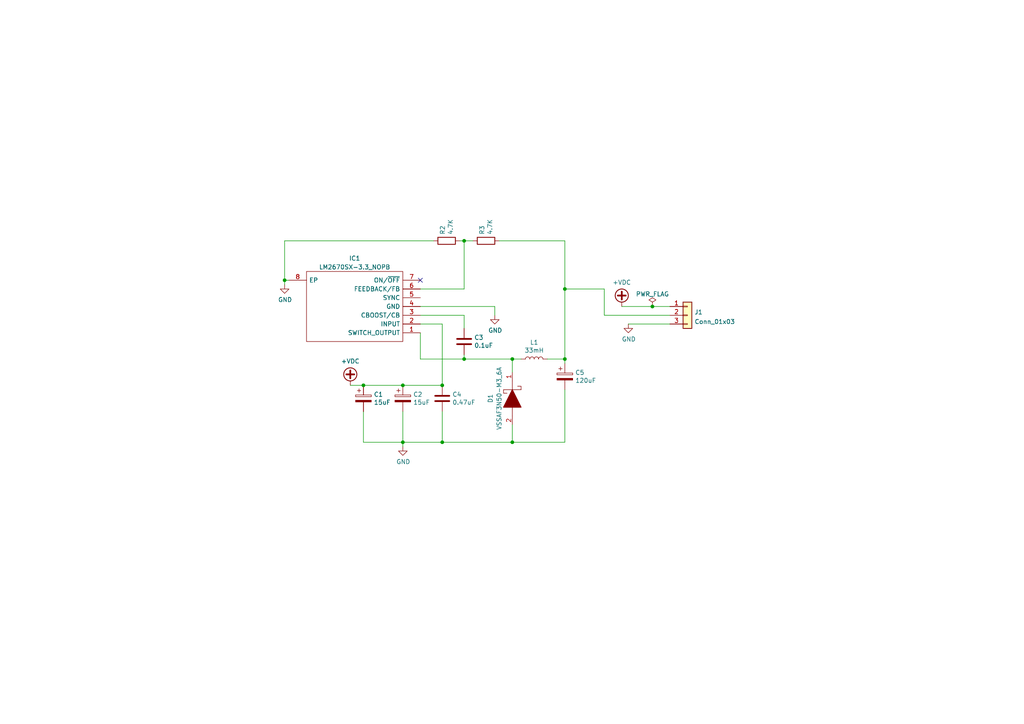
<source format=kicad_sch>
(kicad_sch (version 20230121) (generator eeschema)
  (paper "A4")
  (lib_symbols
    (symbol "Connector_Generic:Conn_01x03" (pin_names (offset 1.016) hide)
      (property "Reference" "J" (at 0 5.08 0))
      (property "Value" "Conn_01x03" (at 0 -5.08 0))
      (symbol "Conn_01x03_1_1"
        (rectangle (start -1.27 -2.413) (end 0 -2.667) (stroke (width 0.1524)))
        (rectangle (start -1.27 0.127) (end 0 -0.127) (stroke (width 0.1524)))
        (rectangle (start -1.27 2.667) (end 0 2.413) (stroke (width 0.1524)))
        (rectangle (start -1.27 3.81) (end 1.27 -3.81) (stroke (width 0.254)) (fill (type background)))
        (pin passive line (at -5.08 2.54 0) (length 3.81) (name "Pin_1") (number "1"))
        (pin passive line (at -5.08 0 0) (length 3.81) (name "Pin_2") (number "2"))
        (pin passive line (at -5.08 -2.54 0) (length 3.81) (name "Pin_3") (number "3"))
      )
    )
    (symbol "Device:C" (pin_numbers hide) (pin_names (offset 0.254))
      (property "Reference" "C" (at 0.635 2.54 0))
      (property "Value" "C" (at 0.635 -2.54 0))
      (symbol "C_0_1"
        (polyline (pts (xy -2.032 -0.762) (xy 2.032 -0.762)) (stroke (width 0.508)))
        (polyline (pts (xy -2.032 0.762) (xy 2.032 0.762)) (stroke (width 0.508)))
      )
      (symbol "C_1_1"
        (pin passive line (at 0 3.81 270) (length 2.794) (name "~") (number "1"))
        (pin passive line (at 0 -3.81 90) (length 2.794) (name "~") (number "2"))
      )
    )
    (symbol "Device:CP" (pin_numbers hide) (pin_names (offset 0.254))
      (property "Reference" "C" (at 0.635 2.54 0))
      (property "Value" "Device_CP" (at 0.635 -2.54 0))
      (symbol "CP_0_1"
        (rectangle (start -2.286 0.508) (end 2.286 1.016))
        (polyline (pts (xy -1.778 2.286) (xy -0.762 2.286)))
        (polyline (pts (xy -1.27 2.794) (xy -1.27 1.778)))
        (rectangle (start 2.286 -0.508) (end -2.286 -1.016) (fill (type outline)))
      )
      (symbol "CP_1_1"
        (pin passive line (at 0 3.81 270) (length 2.794) (name "~") (number "1"))
        (pin passive line (at 0 -3.81 90) (length 2.794) (name "~") (number "2"))
      )
    )
    (symbol "Device:L" (pin_numbers hide) (pin_names (offset 1.016) hide)
      (property "Reference" "L" (at -1.27 0 90))
      (property "Value" "L" (at 1.905 0 90))
      (symbol "L_0_1"
        (arc (start 0 -2.54) (mid 0.6323 -1.905) (end 0 -1.27))
        (arc (start 0 -1.27) (mid 0.6323 -0.635) (end 0 0))
        (arc (start 0 0) (mid 0.6323 0.635) (end 0 1.27))
        (arc (start 0 1.27) (mid 0.6323 1.905) (end 0 2.54))
      )
      (symbol "L_1_1"
        (pin passive line (at 0 3.81 270) (length 1.27) (name "1") (number "1"))
        (pin passive line (at 0 -3.81 90) (length 1.27) (name "2") (number "2"))
      )
    )
    (symbol "Device:R" (pin_numbers hide) (pin_names (offset 0))
      (property "Reference" "R" (at 2.032 0 90))
      (property "Value" "R" (at 0 0 90))
      (symbol "R_0_1"
        (rectangle (start -1.016 -2.54) (end 1.016 2.54) (stroke (width 0.254)))
      )
      (symbol "R_1_1"
        (pin passive line (at 0 3.81 270) (length 1.27) (name "~") (number "1"))
        (pin passive line (at 0 -3.81 90) (length 1.27) (name "~") (number "2"))
      )
    )
    (symbol "SamacSys_Parts:LM2670SX-3.3_NOPB" (pin_names (offset 0.762))
      (property "Reference" "IC" (at 34.29 7.62 0))
      (property "Value" "LM2670SX-3.3_NOPB" (at 34.29 5.08 0))
      (symbol "LM2670SX-3.3_NOPB_0_0"
        (pin passive line (at 38.1 -15.24 180) (length 5.08) (name "SWITCH_OUTPUT") (number "1"))
        (pin passive line (at 38.1 -12.7 180) (length 5.08) (name "INPUT") (number "2"))
        (pin passive line (at 38.1 -10.16 180) (length 5.08) (name "CBOOST/CB") (number "3"))
        (pin passive line (at 38.1 -7.62 180) (length 5.08) (name "GND") (number "4"))
        (pin passive line (at 38.1 -5.08 180) (length 5.08) (name "SYNC") (number "5"))
        (pin passive line (at 38.1 -2.54 180) (length 5.08) (name "FEEDBACK/FB") (number "6"))
        (pin passive line (at 38.1 0 180) (length 5.08) (name "ON/~{OFF}") (number "7"))
        (pin passive line (at 0 0 0) (length 5.08) (name "EP") (number "8"))
      )
      (symbol "LM2670SX-3.3_NOPB_0_1"
        (polyline (pts (xy 5.08 2.54) (xy 33.02 2.54) (xy 33.02 -17.78) (xy 5.08 -17.78) (xy 5.08 2.54)) (stroke (width 0.1524)))
      )
    )
    (symbol "SamacSys_Parts:VSSAF3N50-M3_6A" (pin_names (offset 0.762))
      (property "Reference" "D" (at 12.7 8.89 0))
      (property "Value" "VSSAF3N50-M3_6A" (at 12.7 6.35 0))
      (symbol "VSSAF3N50-M3_6A_0_0"
        (pin passive line (at 2.54 0 0) (length 2.54) (name "~") (number "1"))
        (pin passive line (at 17.78 0 180) (length 2.54) (name "~") (number "2"))
      )
      (symbol "VSSAF3N50-M3_6A_0_1"
        (polyline (pts (xy 5.08 0) (xy 7.62 0)) (stroke (width 0.1524)))
        (polyline (pts (xy 7.62 2.54) (xy 7.62 -2.54)) (stroke (width 0.1524)))
        (polyline (pts (xy 12.7 0) (xy 15.24 0)) (stroke (width 0.1524)))
        (polyline (pts (xy 7.62 -2.54) (xy 6.604 -2.54) (xy 6.604 -1.524)) (stroke (width 0.1524)))
        (polyline (pts (xy 7.62 2.54) (xy 8.636 2.54) (xy 8.636 1.524)) (stroke (width 0.1524)))
        (polyline (pts (xy 7.62 0) (xy 12.7 2.54) (xy 12.7 -2.54) (xy 7.62 0)) (stroke (width 0.254)) (fill (type outline)))
      )
    )
    (symbol "power:+VDC" (power) (pin_names (offset 0))
      (property "Value" "+VDC" (at 0 6.35 0))
      (symbol "+VDC_0_1"
        (polyline (pts (xy -1.143 3.175) (xy 1.143 3.175)) (stroke (width 0.508)))
        (polyline (pts (xy 0 0) (xy 0 1.27)))
        (polyline (pts (xy 0 2.032) (xy 0 4.318)) (stroke (width 0.508)))
        (circle (center 0 3.175) (radius 1.905) (stroke (width 0.254)))
      )
      (symbol "+VDC_1_1"
        (pin power_in line (at 0 0 90) (length 0) hide (name "+VDC") (number "1"))
      )
    )
    (symbol "power:GND" (power) (pin_names (offset 0))
      (property "Value" "GND" (at 0 -3.81 0))
      (symbol "GND_0_1"
        (polyline (pts (xy 0 0) (xy 0 -1.27) (xy 1.27 -1.27) (xy 0 -2.54) (xy -1.27 -1.27) (xy 0 -1.27)))
      )
      (symbol "GND_1_1"
        (pin power_in line (at 0 0 270) (length 0) hide (name "GND") (number "1"))
      )
    )
    (symbol "power:PWR_FLAG" (power) (pin_numbers hide) (pin_names (offset 0) hide)
      (property "Value" "PWR_FLAG" (at 0 3.81 0))
      (symbol "PWR_FLAG_0_0"
        (pin power_out line (at 0 0 90) (length 0) (name "pwr") (number "1"))
      )
      (symbol "PWR_FLAG_0_1"
        (polyline (pts (xy 0 0) (xy 0 1.27) (xy -1.016 1.905) (xy 0 2.54) (xy 1.016 1.905) (xy 0 1.27)))
      )
    )
  )
  (junction (at 105.41 111.76))
  (junction (at 148.59 128.27))
  (junction (at 134.62 104.14))
  (junction (at 128.27 128.27))
  (junction (at 163.83 83.82))
  (junction (at 116.84 111.76))
  (junction (at 82.55 81.28))
  (junction (at 116.84 128.27))
  (junction (at 134.62 69.85))
  (junction (at 148.59 104.14))
  (junction (at 189.23 88.9))
  (junction (at 128.27 111.76))
  (junction (at 163.83 104.14))
  (no_connect (at 121.92 81.28))
  (wire (pts (xy 175.26 91.44) (xy 175.26 83.82)))
  (wire (pts (xy 148.59 107.95) (xy 148.59 104.14)))
  (wire (pts (xy 121.92 83.82) (xy 134.62 83.82)))
  (wire (pts (xy 121.92 96.52) (xy 121.92 104.14)))
  (wire (pts (xy 143.51 88.9) (xy 143.51 91.44)))
  (wire (pts (xy 105.41 128.27) (xy 116.84 128.27)))
  (wire (pts (xy 125.73 69.85) (xy 82.55 69.85)))
  (wire (pts (xy 116.84 128.27) (xy 116.84 129.54)))
  (wire (pts (xy 82.55 81.28) (xy 83.82 81.28)))
  (wire (pts (xy 134.62 104.14) (xy 148.59 104.14)))
  (wire (pts (xy 116.84 128.27) (xy 116.84 119.38)))
  (wire (pts (xy 163.83 128.27) (xy 163.83 113.03)))
  (wire (pts (xy 163.83 105.41) (xy 163.83 104.14)))
  (wire (pts (xy 121.92 104.14) (xy 134.62 104.14)))
  (wire (pts (xy 128.27 128.27) (xy 148.59 128.27)))
  (wire (pts (xy 163.83 104.14) (xy 158.75 104.14)))
  (wire (pts (xy 134.62 95.25) (xy 134.62 91.44)))
  (wire (pts (xy 148.59 128.27) (xy 163.83 128.27)))
  (wire (pts (xy 163.83 69.85) (xy 163.83 83.82)))
  (wire (pts (xy 182.245 93.98) (xy 194.31 93.98)))
  (wire (pts (xy 128.27 93.98) (xy 128.27 111.76)))
  (wire (pts (xy 82.55 82.55) (xy 82.55 81.28)))
  (wire (pts (xy 134.62 69.85) (xy 137.16 69.85)))
  (wire (pts (xy 116.84 128.27) (xy 128.27 128.27)))
  (wire (pts (xy 128.27 128.27) (xy 128.27 119.38)))
  (wire (pts (xy 180.34 88.9) (xy 189.23 88.9)))
  (wire (pts (xy 82.55 69.85) (xy 82.55 81.28)))
  (wire (pts (xy 134.62 83.82) (xy 134.62 69.85)))
  (wire (pts (xy 134.62 91.44) (xy 121.92 91.44)))
  (wire (pts (xy 189.23 88.9) (xy 194.31 88.9)))
  (wire (pts (xy 121.92 93.98) (xy 128.27 93.98)))
  (wire (pts (xy 175.26 91.44) (xy 194.31 91.44)))
  (wire (pts (xy 105.41 111.76) (xy 116.84 111.76)))
  (wire (pts (xy 116.84 111.76) (xy 128.27 111.76)))
  (wire (pts (xy 101.6 111.76) (xy 105.41 111.76)))
  (wire (pts (xy 144.78 69.85) (xy 163.83 69.85)))
  (wire (pts (xy 121.92 88.9) (xy 143.51 88.9)))
  (wire (pts (xy 163.83 83.82) (xy 163.83 104.14)))
  (wire (pts (xy 148.59 104.14) (xy 151.13 104.14)))
  (wire (pts (xy 134.62 104.14) (xy 134.62 102.87)))
  (wire (pts (xy 105.41 119.38) (xy 105.41 128.27)))
  (wire (pts (xy 175.26 83.82) (xy 163.83 83.82)))
  (wire (pts (xy 148.59 128.27) (xy 148.59 123.19)))
  (wire (pts (xy 133.35 69.85) (xy 134.62 69.85)))
  (symbol (lib_id "Device:CP") (at 163.83 109.22 0) (unit 1)
    (property "Reference" "C5" (at 166.8272 108.0516 0) (effects (justify left)))
    (property "Value" "120uF" (at 166.8272 110.363 0) (effects (justify left)))
    (property "Footprint" "Capacitor_THT:CP_Radial_D8.0mm_P5.00mm" (effects hide))
  )
  (symbol (lib_id "power:+VDC") (at 180.34 88.9 0) (unit 1)
    (property "Reference" "#PWR07" (effects hide))
    (property "Value" "+VDC" (at 180.34 81.915 0))
  )
  (symbol (lib_id "Connector_Generic:Conn_01x03") (at 199.39 91.44 0) (unit 1)
    (property "Reference" "J1" (at 201.422 90.5315 0) (effects (justify left)))
    (property "Value" "Conn_01x03" (at 201.422 93.3066 0) (effects (justify left)))
    (property "Footprint" "Connector_PinHeader_2.54mm:PinHeader_1x03_P2.54mm_Vertical" (effects hide))
  )
  (symbol (lib_id "power:PWR_FLAG") (at 189.23 88.9 0) (unit 1)
    (property "Reference" "#FLG02" (effects hide))
    (property "Value" "PWR_FLAG" (at 189.23 85.2955 0))
  )
  (symbol (lib_id "Device:L") (at 154.94 104.14 90) (unit 1)
    (property "Reference" "L1" (at 154.94 99.314 90))
    (property "Value" "33mH" (at 154.94 101.6254 90))
    (property "Footprint" "Inductor_THT:L_Axial_L9.5mm_D4.0mm_P15.24mm_Horizontal_Fastron_SMCC" (effects hide))
  )
  (symbol (lib_id "power:+VDC") (at 101.6 111.76 0) (unit 1)
    (property "Reference" "#PWR02" (effects hide))
    (property "Value" "+VDC" (at 101.6 104.775 0))
  )
  (symbol (lib_id "power:GND") (at 182.245 93.98 0) (unit 1)
    (property "Reference" "#PWR08" (effects hide))
    (property "Value" "GND" (at 182.372 98.3742 0))
  )
  (symbol (lib_id "power:GND") (at 82.55 82.55 0) (unit 1)
    (property "Reference" "#PWR01" (effects hide))
    (property "Value" "GND" (at 82.677 86.9442 0))
  )
  (symbol (lib_id "Device:R") (at 140.97 69.85 90) (unit 1)
    (property "Reference" "R3" (at 139.8016 68.072 0) (effects (justify left)))
    (property "Value" "4.7K" (at 142.113 68.072 0) (effects (justify left)))
    (property "Footprint" "Resistor_SMD:R_0612_1632Metric_Pad1.18x3.40mm_HandSolder" (effects hide))
  )
  (symbol (lib_id "Device:C") (at 128.27 115.57 0) (unit 1)
    (property "Reference" "C4" (at 131.191 114.4016 0) (effects (justify left)))
    (property "Value" "0.47uF" (at 131.191 116.713 0) (effects (justify left)))
    (property "Footprint" "Capacitor_SMD:C_0603_1608Metric_Pad1.08x0.95mm_HandSolder" (effects hide))
  )
  (symbol (lib_id "Device:CP") (at 105.41 115.57 0) (unit 1)
    (property "Reference" "C1" (at 108.4072 114.4016 0) (effects (justify left)))
    (property "Value" "15uF" (at 108.4072 116.713 0) (effects (justify left)))
    (property "Footprint" "Capacitor_THT:CP_Radial_D5.0mm_P2.50mm" (effects hide))
  )
  (symbol (lib_id "power:GND") (at 116.84 129.54 0) (unit 1)
    (property "Reference" "#PWR03" (effects hide))
    (property "Value" "GND" (at 116.967 133.9342 0))
  )
  (symbol (lib_id "SamacSys_Parts:VSSAF3N50-M3_6A") (at 148.59 105.41 90) (mirror x) (unit 1)
    (property "Reference" "D1" (at 142.24 115.57 0))
    (property "Value" "VSSAF3N50-M3_6A" (at 144.78 115.57 0))
    (property "Footprint" "SODFL5226X100N" (effects hide))
    (property "Datasheet" "https://www.vishay.com/docs/87720/vssaf3n50.pdf" (effects hide))
    (property "Description" "Schottky Diodes & Rectifiers 3A, 50V,TRENCH SKY RECT." (effects hide))
    (property "Height" "1" (effects hide))
    (property "Mouser Part Number" "78-VSSAF3N50-M36A" (effects hide))
    (property "Mouser Price/Stock" "https://www.mouser.co.uk/ProductDetail/Vishay-General-Semiconductor/VSSAF3N50-M3-6A?qs=pzVvXTvk9PyAGQrseCalzA%3D%3D" (effects hide))
    (property "Manufacturer_Name" "Vishay" (effects hide))
    (property "Manufacturer_Part_Number" "VSSAF3N50-M3/6A" (effects hide))
  )
  (symbol (lib_id "power:GND") (at 143.51 91.44 0) (unit 1)
    (property "Reference" "#PWR04" (effects hide))
    (property "Value" "GND" (at 143.637 95.8342 0))
  )
  (symbol (lib_id "SamacSys_Parts:LM2670SX-3.3_NOPB") (at 83.82 81.28 0) (unit 1)
    (property "Reference" "IC1" (at 102.87 74.93 0))
    (property "Value" "LM2670SX-3.3_NOPB" (at 102.87 77.47 0))
    (property "Footprint" "SamacSys_Parts:LM2670SX33NOPB" (effects hide))
    (property "Datasheet" "https://www.ti.com/lit/ds/symlink/lm2670.pdf?HQS=dis-mous-null-mousermode-dsf-pf-null-wwe&ts=1663903765420&ref_url=https%253A%252F%252Fwww.mouser.in%252F" (effects hide))
    (property "Description" "Switching Voltage Regulators SIMPLE SWITCHER High Efficiency 3A Step-Down Voltage Regulator with Sync 7-DDPAK/TO-263 -40 to 125" (effects hide))
    (property "Height" "4.79" (effects hide))
    (property "Mouser Part Number" "926-LM2670SX33NOPB" (effects hide))
    (property "Mouser Price/Stock" "https://www.mouser.co.uk/ProductDetail/Texas-Instruments/LM2670SX-33-NOPB?qs=X1J7HmVL2ZFMthjcXZVTwQ%3D%3D" (effects hide))
    (property "Manufacturer_Name" "Texas Instruments" (effects hide))
    (property "Manufacturer_Part_Number" "LM2670SX-3.3/NOPB" (effects hide))
  )
  (symbol (lib_id "Device:C") (at 134.62 99.06 0) (unit 1)
    (property "Reference" "C3" (at 137.541 97.8916 0) (effects (justify left)))
    (property "Value" "0.1uF" (at 137.541 100.203 0) (effects (justify left)))
    (property "Footprint" "Capacitor_SMD:C_0603_1608Metric_Pad1.08x0.95mm_HandSolder" (effects hide))
  )
  (symbol (lib_id "Device:R") (at 129.54 69.85 90) (unit 1)
    (property "Reference" "R2" (at 128.3716 68.072 0) (effects (justify left)))
    (property "Value" "4.7K" (at 130.683 68.072 0) (effects (justify left)))
    (property "Footprint" "Resistor_SMD:R_0612_1632Metric_Pad1.18x3.40mm_HandSolder" (effects hide))
  )
  (symbol (lib_id "Device:CP") (at 116.84 115.57 0) (unit 1)
    (property "Reference" "C2" (at 119.8372 114.4016 0) (effects (justify left)))
    (property "Value" "15uF" (at 119.8372 116.713 0) (effects (justify left)))
    (property "Footprint" "Capacitor_THT:CP_Radial_D5.0mm_P2.50mm" (effects hide))
  )
)
</source>
